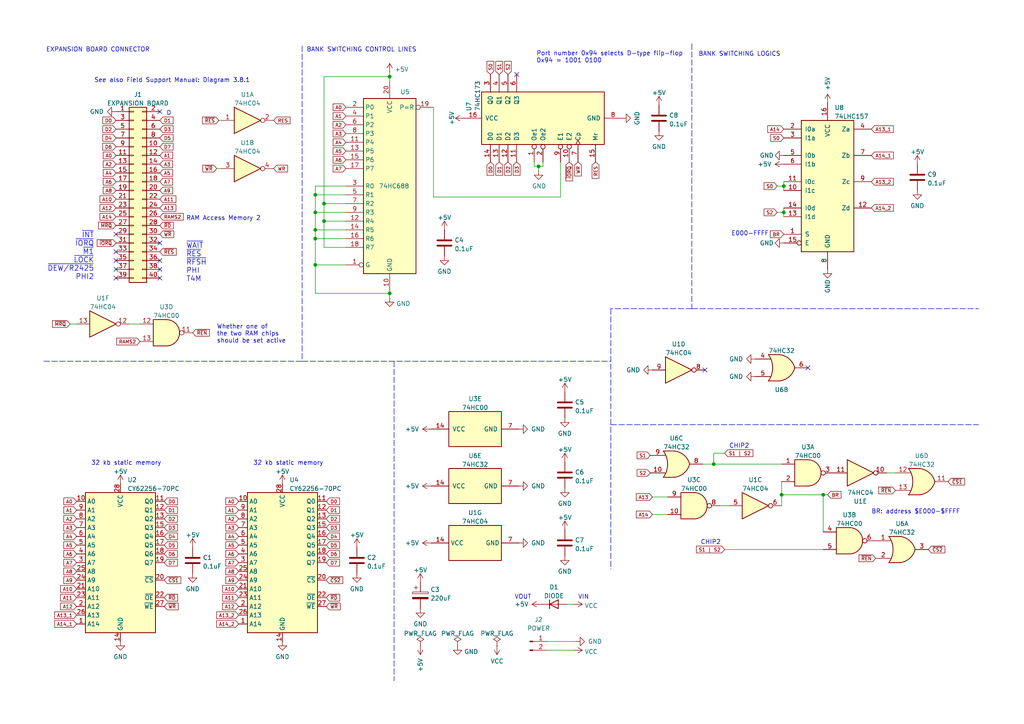
<source format=kicad_sch>
(kicad_sch (version 20211123) (generator eeschema)
  (paper "A4")
  (title_block (title "P2000T RAM expansion board") (date "2023-10-17") (rev "prototype"))
  (lib_symbols
    (symbol "74xx:74HC00" (pin_names (offset 1.016))
      (property "Reference" "U" (at 0 1.27 0))
      (property "Value" "74HC00" (at 0 -1.27 0))
      (symbol "74HC00_1_1"
        (pin input line (at -7.62 2.54 0) (length 3.81) (name "~") (number "1"))
        (pin input line (at -7.62 -2.54 0) (length 3.81) (name "~") (number "2"))
        (pin output inverted (at 7.62 0 180) (length 3.81) (name "~") (number "3"))
      )
      (symbol "74HC00_1_2"
        (pin input inverted (at -7.62 2.54 0) (length 4.318) (name "~") (number "1"))
        (pin input inverted (at -7.62 -2.54 0) (length 4.318) (name "~") (number "2"))
        (pin output line (at 7.62 0 180) (length 3.81) (name "~") (number "3"))
      )
      (symbol "74HC00_2_1"
        (pin input line (at -7.62 2.54 0) (length 3.81) (name "~") (number "4"))
        (pin input line (at -7.62 -2.54 0) (length 3.81) (name "~") (number "5"))
        (pin output inverted (at 7.62 0 180) (length 3.81) (name "~") (number "6"))
      )
      (symbol "74HC00_2_2"
        (pin input inverted (at -7.62 2.54 0) (length 4.318) (name "~") (number "4"))
        (pin input inverted (at -7.62 -2.54 0) (length 4.318) (name "~") (number "5"))
        (pin output line (at 7.62 0 180) (length 3.81) (name "~") (number "6"))
      )
      (symbol "74HC00_3_1"
        (pin input line (at -7.62 -2.54 0) (length 3.81) (name "~") (number "10"))
        (pin output inverted (at 7.62 0 180) (length 3.81) (name "~") (number "8"))
        (pin input line (at -7.62 2.54 0) (length 3.81) (name "~") (number "9"))
      )
      (symbol "74HC00_3_2"
        (pin input inverted (at -7.62 -2.54 0) (length 4.318) (name "~") (number "10"))
        (pin output line (at 7.62 0 180) (length 3.81) (name "~") (number "8"))
        (pin input inverted (at -7.62 2.54 0) (length 4.318) (name "~") (number "9"))
      )
      (symbol "74HC00_4_1"
        (pin output inverted (at 7.62 0 180) (length 3.81) (name "~") (number "11"))
        (pin input line (at -7.62 2.54 0) (length 3.81) (name "~") (number "12"))
        (pin input line (at -7.62 -2.54 0) (length 3.81) (name "~") (number "13"))
      )
      (symbol "74HC00_4_2"
        (pin output line (at 7.62 0 180) (length 3.81) (name "~") (number "11"))
        (pin input inverted (at -7.62 2.54 0) (length 4.318) (name "~") (number "12"))
        (pin input inverted (at -7.62 -2.54 0) (length 4.318) (name "~") (number "13"))
      )
      (symbol "74HC00_5_0"
        (pin power_in line (at 0 12.7 270) (length 5.08) (name "VCC") (number "14"))
        (pin power_in line (at 0 -12.7 90) (length 5.08) (name "GND") (number "7"))
      )
    )
    (symbol "74xx:74HC04"
      (property "Reference" "U" (at 0 1.27 0))
      (property "Value" "74HC04" (at 0 -1.27 0))
      (symbol "74HC04_1_0"
        (pin input line (at -7.62 0 0) (length 3.81) (name "~") (number "1"))
        (pin output inverted (at 7.62 0 180) (length 3.81) (name "~") (number "2"))
      )
      (symbol "74HC04_2_0"
        (pin input line (at -7.62 0 0) (length 3.81) (name "~") (number "3"))
        (pin output inverted (at 7.62 0 180) (length 3.81) (name "~") (number "4"))
      )
      (symbol "74HC04_3_0"
        (pin input line (at -7.62 0 0) (length 3.81) (name "~") (number "5"))
        (pin output inverted (at 7.62 0 180) (length 3.81) (name "~") (number "6"))
      )
      (symbol "74HC04_4_0"
        (pin output inverted (at 7.62 0 180) (length 3.81) (name "~") (number "8"))
        (pin input line (at -7.62 0 0) (length 3.81) (name "~") (number "9"))
      )
      (symbol "74HC04_5_0"
        (pin output inverted (at 7.62 0 180) (length 3.81) (name "~") (number "10"))
        (pin input line (at -7.62 0 0) (length 3.81) (name "~") (number "11"))
      )
      (symbol "74HC04_6_0"
        (pin output inverted (at 7.62 0 180) (length 3.81) (name "~") (number "12"))
        (pin input line (at -7.62 0 0) (length 3.81) (name "~") (number "13"))
      )
      (symbol "74HC04_7_0"
        (pin power_in line (at 0 12.7 270) (length 5.08) (name "VCC") (number "14"))
        (pin power_in line (at 0 -12.7 90) (length 5.08) (name "GND") (number "7"))
      )
    )
    (symbol "74xx:74LS157" (pin_names (offset 1.016))
      (property "Reference" "U" (at -7.62 19.05 0))
      (property "Value" "74LS157" (at -7.62 -21.59 0))
      (symbol "74LS157_1_0"
        (pin input line (at -12.7 -15.24 0) (length 5.08) (name "S") (number "1"))
        (pin input line (at -12.7 -2.54 0) (length 5.08) (name "I1c") (number "10"))
        (pin input line (at -12.7 0 0) (length 5.08) (name "I0c") (number "11"))
        (pin output line (at 12.7 -7.62 180) (length 5.08) (name "Zd") (number "12"))
        (pin input line (at -12.7 -10.16 0) (length 5.08) (name "I1d") (number "13"))
        (pin input line (at -12.7 -7.62 0) (length 5.08) (name "I0d") (number "14"))
        (pin input inverted (at -12.7 -17.78 0) (length 5.08) (name "E") (number "15"))
        (pin power_in line (at 0 22.86 270) (length 5.08) (name "VCC") (number "16"))
        (pin input line (at -12.7 15.24 0) (length 5.08) (name "I0a") (number "2"))
        (pin input line (at -12.7 12.7 0) (length 5.08) (name "I1a") (number "3"))
        (pin output line (at 12.7 15.24 180) (length 5.08) (name "Za") (number "4"))
        (pin input line (at -12.7 7.62 0) (length 5.08) (name "I0b") (number "5"))
        (pin input line (at -12.7 5.08 0) (length 5.08) (name "I1b") (number "6"))
        (pin output line (at 12.7 7.62 180) (length 5.08) (name "Zb") (number "7"))
        (pin power_in line (at 0 -25.4 90) (length 5.08) (name "GND") (number "8"))
        (pin output line (at 12.7 0 180) (length 5.08) (name "Zc") (number "9"))
      )
    )
    (symbol "74xx:74LS173" (pin_names (offset 1.016))
      (property "Reference" "U" (at -7.62 19.05 0))
      (property "Value" "74LS173" (at -7.62 -19.05 0))
      (symbol "74LS173_1_0"
        (pin input inverted (at -12.7 2.54 0) (length 5.08) (name "Oe1") (number "1"))
        (pin input inverted (at -12.7 -7.62 0) (length 5.08) (name "E2") (number "10"))
        (pin input line (at -12.7 7.62 0) (length 5.08) (name "D3") (number "11"))
        (pin input line (at -12.7 10.16 0) (length 5.08) (name "D2") (number "12"))
        (pin input line (at -12.7 12.7 0) (length 5.08) (name "D1") (number "13"))
        (pin input line (at -12.7 15.24 0) (length 5.08) (name "D0") (number "14"))
        (pin input line (at -12.7 -15.24 0) (length 5.08) (name "Mr") (number "15"))
        (pin power_in line (at 0 22.86 270) (length 5.08) (name "VCC") (number "16"))
        (pin input inverted (at -12.7 0 0) (length 5.08) (name "Oe2") (number "2"))
        (pin tri_state line (at 12.7 15.24 180) (length 5.08) (name "Q0") (number "3"))
        (pin tri_state line (at 12.7 12.7 180) (length 5.08) (name "Q1") (number "4"))
        (pin tri_state line (at 12.7 10.16 180) (length 5.08) (name "Q2") (number "5"))
        (pin tri_state line (at 12.7 7.62 180) (length 5.08) (name "Q3") (number "6"))
        (pin input clock (at -12.7 -10.16 0) (length 5.08) (name "Cp") (number "7"))
        (pin power_in line (at 0 -22.86 90) (length 5.08) (name "GND") (number "8"))
        (pin input inverted (at -12.7 -5.08 0) (length 5.08) (name "E1") (number "9"))
      )
    )
    (symbol "74xx:74LS32" (pin_names (offset 1.016))
      (property "Reference" "U" (at 0 1.27 0))
      (property "Value" "74LS32" (at 0 -1.27 0))
      (symbol "74LS32_1_1"
        (pin input line (at -7.62 2.54 0) (length 4.318) (name "~") (number "1"))
        (pin input line (at -7.62 -2.54 0) (length 4.318) (name "~") (number "2"))
        (pin output line (at 7.62 0 180) (length 3.81) (name "~") (number "3"))
      )
      (symbol "74LS32_1_2"
        (pin input inverted (at -7.62 2.54 0) (length 3.81) (name "~") (number "1"))
        (pin input inverted (at -7.62 -2.54 0) (length 3.81) (name "~") (number "2"))
        (pin output inverted (at 7.62 0 180) (length 3.81) (name "~") (number "3"))
      )
      (symbol "74LS32_2_1"
        (pin input line (at -7.62 2.54 0) (length 4.318) (name "~") (number "4"))
        (pin input line (at -7.62 -2.54 0) (length 4.318) (name "~") (number "5"))
        (pin output line (at 7.62 0 180) (length 3.81) (name "~") (number "6"))
      )
      (symbol "74LS32_2_2"
        (pin input inverted (at -7.62 2.54 0) (length 3.81) (name "~") (number "4"))
        (pin input inverted (at -7.62 -2.54 0) (length 3.81) (name "~") (number "5"))
        (pin output inverted (at 7.62 0 180) (length 3.81) (name "~") (number "6"))
      )
      (symbol "74LS32_3_1"
        (pin input line (at -7.62 -2.54 0) (length 4.318) (name "~") (number "10"))
        (pin output line (at 7.62 0 180) (length 3.81) (name "~") (number "8"))
        (pin input line (at -7.62 2.54 0) (length 4.318) (name "~") (number "9"))
      )
      (symbol "74LS32_3_2"
        (pin input inverted (at -7.62 -2.54 0) (length 3.81) (name "~") (number "10"))
        (pin output inverted (at 7.62 0 180) (length 3.81) (name "~") (number "8"))
        (pin input inverted (at -7.62 2.54 0) (length 3.81) (name "~") (number "9"))
      )
      (symbol "74LS32_4_1"
        (pin output line (at 7.62 0 180) (length 3.81) (name "~") (number "11"))
        (pin input line (at -7.62 2.54 0) (length 4.318) (name "~") (number "12"))
        (pin input line (at -7.62 -2.54 0) (length 4.318) (name "~") (number "13"))
      )
      (symbol "74LS32_4_2"
        (pin output inverted (at 7.62 0 180) (length 3.81) (name "~") (number "11"))
        (pin input inverted (at -7.62 2.54 0) (length 3.81) (name "~") (number "12"))
        (pin input inverted (at -7.62 -2.54 0) (length 3.81) (name "~") (number "13"))
      )
      (symbol "74LS32_5_0"
        (pin power_in line (at 0 12.7 270) (length 5.08) (name "VCC") (number "14"))
        (pin power_in line (at 0 -12.7 90) (length 5.08) (name "GND") (number "7"))
      )
    )
    (symbol "74xx:74LS688"
      (property "Reference" "U" (at -7.62 26.67 0))
      (property "Value" "74LS688" (at -7.62 -26.67 0))
      (symbol "74LS688_1_0"
        (pin input inverted (at -12.7 -22.86 0) (length 5.08) (name "G") (number "1"))
        (pin power_in line (at 0 -30.48 90) (length 5.08) (name "GND") (number "10"))
        (pin input line (at -12.7 12.7 0) (length 5.08) (name "P4") (number "11"))
        (pin input line (at -12.7 -10.16 0) (length 5.08) (name "R4") (number "12"))
        (pin input line (at -12.7 10.16 0) (length 5.08) (name "P5") (number "13"))
        (pin input line (at -12.7 -12.7 0) (length 5.08) (name "R5") (number "14"))
        (pin input line (at -12.7 7.62 0) (length 5.08) (name "P6") (number "15"))
        (pin input line (at -12.7 -15.24 0) (length 5.08) (name "R6") (number "16"))
        (pin input line (at -12.7 5.08 0) (length 5.08) (name "P7") (number "17"))
        (pin input line (at -12.7 -17.78 0) (length 5.08) (name "R7") (number "18"))
        (pin output inverted (at 12.7 22.86 180) (length 5.08) (name "P=R") (number "19"))
        (pin input line (at -12.7 22.86 0) (length 5.08) (name "P0") (number "2"))
        (pin power_in line (at 0 30.48 270) (length 5.08) (name "VCC") (number "20"))
        (pin input line (at -12.7 0 0) (length 5.08) (name "R0") (number "3"))
        (pin input line (at -12.7 20.32 0) (length 5.08) (name "P1") (number "4"))
        (pin input line (at -12.7 -2.54 0) (length 5.08) (name "R1") (number "5"))
        (pin input line (at -12.7 17.78 0) (length 5.08) (name "P2") (number "6"))
        (pin input line (at -12.7 -5.08 0) (length 5.08) (name "R2") (number "7"))
        (pin input line (at -12.7 15.24 0) (length 5.08) (name "P3") (number "8"))
        (pin input line (at -12.7 -7.62 0) (length 5.08) (name "R3") (number "9"))
      )
    )
    (symbol "Connector:Conn_01x02_Male" (pin_names (offset 1.016) hide)
      (property "Reference" "J" (at 0 2.54 0))
      (property "Value" "Conn_01x02_Male" (at 0 -5.08 0))
      (symbol "Conn_01x02_Male_1_1"
        (pin passive line (at 5.08 0 180) (length 3.81) (name "Pin_1") (number "1"))
        (pin passive line (at 5.08 -2.54 180) (length 3.81) (name "Pin_2") (number "2"))
      )
    )
    (symbol "Connector_Generic:Conn_02x20_Odd_Even" (pin_names (offset 1.016) hide)
      (property "Reference" "J" (at 1.27 25.4 0))
      (property "Value" "Conn_02x20_Odd_Even" (at 1.27 -27.94 0))
      (symbol "Conn_02x20_Odd_Even_1_1"
        (pin passive line (at -5.08 22.86 0) (length 3.81) (name "Pin_1") (number "1"))
        (pin passive line (at 7.62 12.7 180) (length 3.81) (name "Pin_10") (number "10"))
        (pin passive line (at -5.08 10.16 0) (length 3.81) (name "Pin_11") (number "11"))
        (pin passive line (at 7.62 10.16 180) (length 3.81) (name "Pin_12") (number "12"))
        (pin passive line (at -5.08 7.62 0) (length 3.81) (name "Pin_13") (number "13"))
        (pin passive line (at 7.62 7.62 180) (length 3.81) (name "Pin_14") (number "14"))
        (pin passive line (at -5.08 5.08 0) (length 3.81) (name "Pin_15") (number "15"))
        (pin passive line (at 7.62 5.08 180) (length 3.81) (name "Pin_16") (number "16"))
        (pin passive line (at -5.08 2.54 0) (length 3.81) (name "Pin_17") (number "17"))
        (pin passive line (at 7.62 2.54 180) (length 3.81) (name "Pin_18") (number "18"))
        (pin passive line (at -5.08 0 0) (length 3.81) (name "Pin_19") (number "19"))
        (pin passive line (at 7.62 22.86 180) (length 3.81) (name "Pin_2") (number "2"))
        (pin passive line (at 7.62 0 180) (length 3.81) (name "Pin_20") (number "20"))
        (pin passive line (at -5.08 -2.54 0) (length 3.81) (name "Pin_21") (number "21"))
        (pin passive line (at 7.62 -2.54 180) (length 3.81) (name "Pin_22") (number "22"))
        (pin passive line (at -5.08 -5.08 0) (length 3.81) (name "Pin_23") (number "23"))
        (pin passive line (at 7.62 -5.08 180) (length 3.81) (name "Pin_24") (number "24"))
        (pin passive line (at -5.08 -7.62 0) (length 3.81) (name "Pin_25") (number "25"))
        (pin passive line (at 7.62 -7.62 180) (length 3.81) (name "Pin_26") (number "26"))
        (pin passive line (at -5.08 -10.16 0) (length 3.81) (name "Pin_27") (number "27"))
        (pin passive line (at 7.62 -10.16 180) (length 3.81) (name "Pin_28") (number "28"))
        (pin passive line (at -5.08 -12.7 0) (length 3.81) (name "Pin_29") (number "29"))
        (pin passive line (at -5.08 20.32 0) (length 3.81) (name "Pin_3") (number "3"))
        (pin passive line (at 7.62 -12.7 180) (length 3.81) (name "Pin_30") (number "30"))
        (pin passive line (at -5.08 -15.24 0) (length 3.81) (name "Pin_31") (number "31"))
        (pin passive line (at 7.62 -15.24 180) (length 3.81) (name "Pin_32") (number "32"))
        (pin passive line (at -5.08 -17.78 0) (length 3.81) (name "Pin_33") (number "33"))
        (pin passive line (at 7.62 -17.78 180) (length 3.81) (name "Pin_34") (number "34"))
        (pin passive line (at -5.08 -20.32 0) (length 3.81) (name "Pin_35") (number "35"))
        (pin passive line (at 7.62 -20.32 180) (length 3.81) (name "Pin_36") (number "36"))
        (pin passive line (at -5.08 -22.86 0) (length 3.81) (name "Pin_37") (number "37"))
        (pin passive line (at 7.62 -22.86 180) (length 3.81) (name "Pin_38") (number "38"))
        (pin passive line (at -5.08 -25.4 0) (length 3.81) (name "Pin_39") (number "39"))
        (pin passive line (at 7.62 20.32 180) (length 3.81) (name "Pin_4") (number "4"))
        (pin passive line (at 7.62 -25.4 180) (length 3.81) (name "Pin_40") (number "40"))
        (pin passive line (at -5.08 17.78 0) (length 3.81) (name "Pin_5") (number "5"))
        (pin passive line (at 7.62 17.78 180) (length 3.81) (name "Pin_6") (number "6"))
        (pin passive line (at -5.08 15.24 0) (length 3.81) (name "Pin_7") (number "7"))
        (pin passive line (at 7.62 15.24 180) (length 3.81) (name "Pin_8") (number "8"))
        (pin passive line (at -5.08 12.7 0) (length 3.81) (name "Pin_9") (number "9"))
      )
    )
    (symbol "Device:C" (pin_numbers hide) (pin_names (offset 0.254))
      (property "Reference" "C" (at 0.635 2.54 0))
      (property "Value" "C" (at 0.635 -2.54 0))
      (symbol "C_1_1"
        (pin passive line (at 0 3.81 270) (length 2.794) (name "~") (number "1"))
        (pin passive line (at 0 -3.81 90) (length 2.794) (name "~") (number "2"))
      )
    )
    (symbol "Device:C_Polarized" (pin_numbers hide) (pin_names (offset 0.254))
      (property "Reference" "C" (at 0.635 2.54 0))
      (property "Value" "C_Polarized" (at 0.635 -2.54 0))
      (symbol "C_Polarized_1_1"
        (pin passive line (at 0 3.81 270) (length 2.794) (name "~") (number "1"))
        (pin passive line (at 0 -3.81 90) (length 2.794) (name "~") (number "2"))
      )
    )
    (symbol "Device:D" (pin_numbers hide) (pin_names (offset 1.016) hide)
      (property "Reference" "D" (at 0 2.54 0))
      (property "Value" "D" (at 0 -2.54 0))
      (symbol "D_1_1"
        (pin passive line (at -3.81 0 0) (length 2.54) (name "K") (number "1"))
        (pin passive line (at 3.81 0 180) (length 2.54) (name "A") (number "2"))
      )
    )
    (symbol "Memory_RAM:CY62256-70PC"
      (property "Reference" "U" (at -10.16 20.955 0))
      (property "Value" "CY62256-70PC" (at 2.54 20.955 0))
      (symbol "CY62256-70PC_0_0"
        (pin power_in line (at 0 -22.86 90) (length 2.54) (name "GND") (number "14"))
        (pin power_in line (at 0 22.86 270) (length 2.54) (name "VCC") (number "28"))
      )
      (symbol "CY62256-70PC_1_1"
        (pin input line (at -12.7 -17.78 0) (length 2.54) (name "A14") (number "1"))
        (pin input line (at -12.7 17.78 0) (length 2.54) (name "A0") (number "10"))
        (pin tri_state line (at 12.7 17.78 180) (length 2.54) (name "Q0") (number "11"))
        (pin tri_state line (at 12.7 15.24 180) (length 2.54) (name "Q1") (number "12"))
        (pin tri_state line (at 12.7 12.7 180) (length 2.54) (name "Q2") (number "13"))
        (pin tri_state line (at 12.7 10.16 180) (length 2.54) (name "Q3") (number "15"))
        (pin tri_state line (at 12.7 7.62 180) (length 2.54) (name "Q4") (number "16"))
        (pin tri_state line (at 12.7 5.08 180) (length 2.54) (name "Q5") (number "17"))
        (pin tri_state line (at 12.7 2.54 180) (length 2.54) (name "Q6") (number "18"))
        (pin tri_state line (at 12.7 0 180) (length 2.54) (name "Q7") (number "19"))
        (pin input line (at -12.7 -12.7 0) (length 2.54) (name "A12") (number "2"))
        (pin input line (at 12.7 -5.08 180) (length 2.54) (name "~{CS}") (number "20"))
        (pin input line (at -12.7 -7.62 0) (length 2.54) (name "A10") (number "21"))
        (pin input line (at 12.7 -10.16 180) (length 2.54) (name "~{OE}") (number "22"))
        (pin input line (at -12.7 -10.16 0) (length 2.54) (name "A11") (number "23"))
        (pin input line (at -12.7 -5.08 0) (length 2.54) (name "A9") (number "24"))
        (pin input line (at -12.7 -2.54 0) (length 2.54) (name "A8") (number "25"))
        (pin input line (at -12.7 -15.24 0) (length 2.54) (name "A13") (number "26"))
        (pin input line (at 12.7 -12.7 180) (length 2.54) (name "~{WE}") (number "27"))
        (pin input line (at -12.7 0 0) (length 2.54) (name "A7") (number "3"))
        (pin input line (at -12.7 2.54 0) (length 2.54) (name "A6") (number "4"))
        (pin input line (at -12.7 5.08 0) (length 2.54) (name "A5") (number "5"))
        (pin input line (at -12.7 7.62 0) (length 2.54) (name "A4") (number "6"))
        (pin input line (at -12.7 10.16 0) (length 2.54) (name "A3") (number "7"))
        (pin input line (at -12.7 12.7 0) (length 2.54) (name "A2") (number "8"))
        (pin input line (at -12.7 15.24 0) (length 2.54) (name "A1") (number "9"))
      )
    )
    (symbol "power:+5V" (power) (pin_names (offset 0))
      (property "Value" "+5V" (at 0 3.556 0))
      (symbol "+5V_1_1"
        (pin power_in line (at 0 0 90) (length 0) hide (name "+5V") (number "1"))
      )
    )
    (symbol "power:GND" (power) (pin_names (offset 0))
      (property "Value" "GND" (at 0 -3.81 0))
      (symbol "GND_1_1"
        (pin power_in line (at 0 0 270) (length 0) hide (name "GND") (number "1"))
      )
    )
    (symbol "power:PWR_FLAG" (power) (pin_numbers hide) (pin_names (offset 0) hide)
      (property "Value" "PWR_FLAG" (at 0 3.81 0))
      (symbol "PWR_FLAG_0_0"
        (pin power_out line (at 0 0 90) (length 0) (name "pwr") (number "1"))
      )
    )
    (symbol "power:VCC" (power) (pin_names (offset 0))
      (property "Value" "VCC" (at 0 3.81 0))
      (symbol "VCC_1_1"
        (pin power_in line (at 0 0 90) (length 0) hide (name "VCC") (number "1"))
      )
    )
  )
  (junction (at 226.695 143.51))
  (junction (at 156.21 48.26))
  (junction (at 91.44 66.675))
  (junction (at 91.44 69.215))
  (junction (at 113.03 85.09))
  (junction (at 227.33 53.975))
  (junction (at 207.01 134.62))
  (junction (at 91.44 76.835))
  (junction (at 93.98 59.055))
  (junction (at 113.03 22.225))
  (junction (at 91.44 61.595))
  (junction (at 227.33 61.595))
  (junction (at 93.98 64.135))
  (junction (at 238.76 143.51))
  (junction (at 91.44 56.515))
  (no_connect (at 46.355 80.645))
  (no_connect (at 33.655 75.565))
  (no_connect (at 46.355 70.485))
  (no_connect (at 33.655 80.645))
  (no_connect (at 149.86 21.59))
  (no_connect (at 204.47 107.315))
  (no_connect (at 33.655 78.105))
  (no_connect (at 46.355 75.565))
  (no_connect (at 46.355 32.385))
  (no_connect (at 46.355 78.105))
  (no_connect (at 33.655 73.025))
  (no_connect (at 234.315 106.68))
  (no_connect (at 33.655 67.945))
  (wire (pts (xy 91.44 53.975) (xy 91.44 56.515)))
  (polyline (pts (xy 200.66 89.535) (xy 283.845 89.535)))
  (wire (pts (xy 227.33 61.595) (xy 227.33 62.865)))
  (wire (pts (xy 227.33 61.595) (xy 227.33 60.325)))
  (wire (pts (xy 226.695 143.51) (xy 238.76 143.51)))
  (wire (pts (xy 257.175 137.16) (xy 259.715 137.16)))
  (wire (pts (xy 207.01 131.445) (xy 207.01 134.62)))
  (polyline (pts (xy 200.66 89.535) (xy 177.165 89.535)))
  (wire (pts (xy 167.005 186.055) (xy 158.75 186.055)))
  (polyline (pts (xy 87.63 13.335) (xy 87.63 104.775)))
  (wire (pts (xy 154.94 48.26) (xy 154.94 46.99)))
  (wire (pts (xy 100.33 71.755) (xy 93.98 71.755)))
  (wire (pts (xy 113.03 85.09) (xy 113.03 86.36)))
  (wire (pts (xy 93.98 22.225) (xy 113.03 22.225)))
  (wire (pts (xy 100.33 59.055) (xy 93.98 59.055)))
  (polyline (pts (xy 200.66 12.7) (xy 200.66 89.535)))
  (wire (pts (xy 189.23 149.225) (xy 193.675 149.225)))
  (wire (pts (xy 91.44 56.515) (xy 91.44 61.595)))
  (polyline (pts (xy 114.3 104.775) (xy 114.3 197.485)))
  (wire (pts (xy 226.695 139.7) (xy 226.695 143.51)))
  (wire (pts (xy 91.44 76.835) (xy 100.33 76.835)))
  (wire (pts (xy 93.98 22.225) (xy 93.98 59.055)))
  (polyline (pts (xy 177.165 123.19) (xy 283.845 123.19)))
  (wire (pts (xy 166.37 175.26) (xy 164.465 175.26)))
  (wire (pts (xy 93.98 64.135) (xy 93.98 59.055)))
  (wire (pts (xy 189.23 144.145) (xy 193.675 144.145)))
  (wire (pts (xy 208.915 146.685) (xy 211.455 146.685)))
  (wire (pts (xy 20.32 93.98) (xy 22.225 93.98)))
  (wire (pts (xy 225.425 61.595) (xy 227.33 61.595)))
  (wire (pts (xy 91.44 66.675) (xy 100.33 66.675)))
  (wire (pts (xy 91.44 69.215) (xy 100.33 69.215)))
  (wire (pts (xy 63.5 34.925) (xy 64.135 34.925)))
  (wire (pts (xy 210.185 159.385) (xy 238.76 159.385)))
  (wire (pts (xy 125.73 31.115) (xy 125.73 57.15)))
  (wire (pts (xy 157.48 48.26) (xy 157.48 46.99)))
  (wire (pts (xy 113.03 22.225) (xy 113.03 23.495)))
  (polyline (pts (xy 12.7 104.775) (xy 87.63 104.775)))
  (wire (pts (xy 226.695 143.51) (xy 226.695 146.685)))
  (wire (pts (xy 227.33 53.975) (xy 227.33 55.245)))
  (wire (pts (xy 37.465 93.98) (xy 40.64 93.98)))
  (polyline (pts (xy 177.165 89.535) (xy 177.165 165.1)))
  (polyline (pts (xy 87.63 104.775) (xy 177.165 104.775)))
  (wire (pts (xy 91.44 69.215) (xy 91.44 76.835)))
  (wire (pts (xy 156.21 48.26) (xy 154.94 48.26)))
  (wire (pts (xy 156.21 49.53) (xy 156.21 48.26)))
  (wire (pts (xy 162.56 46.99) (xy 162.56 57.15)))
  (wire (pts (xy 113.03 84.455) (xy 113.03 85.09)))
  (wire (pts (xy 62.865 48.895) (xy 64.135 48.895)))
  (wire (pts (xy 227.33 53.975) (xy 227.33 52.705)))
  (wire (pts (xy 100.33 53.975) (xy 91.44 53.975)))
  (wire (pts (xy 93.98 71.755) (xy 93.98 64.135)))
  (wire (pts (xy 91.44 61.595) (xy 100.33 61.595)))
  (wire (pts (xy 91.44 66.675) (xy 91.44 69.215)))
  (wire (pts (xy 113.03 85.09) (xy 91.44 85.09)))
  (wire (pts (xy 238.76 143.51) (xy 240.03 143.51)))
  (wire (pts (xy 156.21 48.26) (xy 157.48 48.26)))
  (wire (pts (xy 203.835 134.62) (xy 207.01 134.62)))
  (wire (pts (xy 113.03 20.955) (xy 113.03 22.225)))
  (wire (pts (xy 125.73 57.15) (xy 162.56 57.15)))
  (wire (pts (xy 91.44 76.835) (xy 91.44 85.09)))
  (wire (pts (xy 100.33 64.135) (xy 93.98 64.135)))
  (wire (pts (xy 91.44 56.515) (xy 100.33 56.515)))
  (wire (pts (xy 207.01 134.62) (xy 226.695 134.62)))
  (wire (pts (xy 158.75 188.595) (xy 166.37 188.595)))
  (wire (pts (xy 210.185 131.445) (xy 207.01 131.445)))
  (wire (pts (xy 225.425 53.975) (xy 227.33 53.975)))
  (wire (pts (xy 91.44 61.595) (xy 91.44 66.675)))
  (wire (pts (xy 238.76 143.51) (xy 238.76 154.305)))
  (text "VIN" (at 167.64 173.99 0) (effects (font (size 1.27 1.27)) (justify left bottom)))
  (text "EXPANSION BOARD CONNECTOR" (at 13.335 15.24 0) (effects (font (size 1.27 1.27)) (justify left bottom)))
  (text "CHIP2" (at 211.455 130.175 0) (effects (font (size 1.27 1.27)) (justify left bottom)))
  (text "E000-FFFF" (at 212.09 68.58 0) (effects (font (size 1.27 1.27)) (justify left bottom)))
  (text "VOUT" (at 149.225 173.99 0) (effects (font (size 1.27 1.27)) (justify left bottom)))
  (text "32 kb static memory" (at 73.406 135.128 0) (effects (font (size 1.27 1.27)) (justify left bottom)))
  (text "~{INT}\n~{IORQ}\n~{M1}\n~{LOCK}\n~{DEW/R2425}\nPHI2" (at 27.305 81.28 180) (effects (font (size 1.5 1.5)) (justify right bottom)))
  (text "D" (at 48.26 33.655 0) (effects (font (size 1.27 1.27)) (justify left bottom)))
  (text "RAM Access Memory 2" (at 53.975 64.135 0) (effects (font (size 1.27 1.27)) (justify left bottom)))
  (text "BANK SWITCHING LOGICS" (at 202.565 16.51 0) (effects (font (size 1.27 1.27)) (justify left bottom)))
  (text "See also Field Support Manual: Diagram 3.8.1" (at 27.305 24.13 0) (effects (font (size 1.27 1.27)) (justify left bottom)))
  (text "CHIP2" (at 203.2 158.115 0) (effects (font (size 1.27 1.27)) (justify left bottom)))
  (text "BANK SWITCHING CONTROL LINES" (at 88.9 15.24 0) (effects (font (size 1.27 1.27)) (justify left bottom)))
  (text "32 kb static memory" (at 26.416 135.128 0) (effects (font (size 1.27 1.27)) (justify left bottom)))
  (text "~{WAIT}\n~{RES}\n~{RFSH}\nPHI\nT4M" (at 53.975 81.915 0) (effects (font (size 1.5 1.5)) (justify left bottom)))
  (text "BR: address $E000-$FFFF" (at 252.73 149.225 0) (effects (font (size 1.27 1.27)) (justify left bottom)))
  (text "Whether one of\nthe two RAM chips \nshould be set active" (at 62.865 99.695 0) (effects (font (size 1.27 1.27)) (justify left bottom)))
  (text "Port number 0x94 selects D-type flip-flop\n0x94 = 1001 0100" (at 155.575 18.415 0) (effects (font (size 1.27 1.27)) (justify left bottom)))
  (global_label "~{CS1}" (shape input) (at 274.955 139.7 0) (effects (font (size 1 1))) (property "Intersheet References" "${INTERSHEET_REFS}" (effects hide)))
  (global_label "A13_1" (shape input) (at 252.73 37.465 0) (effects (font (size 1 1))) (property "Intersheet References" "${INTERSHEET_REFS}" (effects hide)))
  (global_label "A3" (shape input) (at 69.215 153.035 180) (effects (font (size 1 1))) (property "Intersheet References" "${INTERSHEET_REFS}" (effects hide)))
  (global_label "D1" (shape input) (at 94.615 147.955 0) (effects (font (size 1 1))) (property "Intersheet References" "${INTERSHEET_REFS}" (effects hide)))
  (global_label "A2" (shape input) (at 100.33 36.195 180) (effects (font (size 1 1))) (property "Intersheet References" "${INTERSHEET_REFS}" (effects hide)))
  (global_label "A8" (shape input) (at 33.655 55.245 180) (effects (font (size 1 1))) (property "Intersheet References" "${INTERSHEET_REFS}" (effects hide)))
  (global_label "A10" (shape input) (at 22.225 170.815 180) (effects (font (size 1 1))) (property "Intersheet References" "${INTERSHEET_REFS}" (effects hide)))
  (global_label "S1" (shape input) (at 188.595 132.08 180) (effects (font (size 1 1))) (property "Intersheet References" "${INTERSHEET_REFS}" (effects hide)))
  (global_label "D5" (shape input) (at 94.615 158.115 0) (effects (font (size 1 1))) (property "Intersheet References" "${INTERSHEET_REFS}" (effects hide)))
  (global_label "A4" (shape input) (at 22.225 155.575 180) (effects (font (size 1 1))) (property "Intersheet References" "${INTERSHEET_REFS}" (effects hide)))
  (global_label "~{MRQ}" (shape input) (at 20.32 93.98 180) (effects (font (size 1 1))) (property "Intersheet References" "${INTERSHEET_REFS}" (effects hide)))
  (global_label "A2" (shape input) (at 69.215 150.495 180) (effects (font (size 1 1))) (property "Intersheet References" "${INTERSHEET_REFS}" (effects hide)))
  (global_label "A14_1" (shape input) (at 252.73 45.085 0) (effects (font (size 1 1))) (property "Intersheet References" "${INTERSHEET_REFS}" (effects hide)))
  (global_label "A10" (shape input) (at 69.215 170.815 180) (effects (font (size 1 1))) (property "Intersheet References" "${INTERSHEET_REFS}" (effects hide)))
  (global_label "~{REN}" (shape input) (at 55.88 96.52 0) (effects (font (size 1 1))) (property "Intersheet References" "${INTERSHEET_REFS}" (effects hide)))
  (global_label "A3" (shape input) (at 100.33 38.735 180) (effects (font (size 1 1))) (property "Intersheet References" "${INTERSHEET_REFS}" (effects hide)))
  (global_label "D0" (shape input) (at 47.625 145.415 0) (effects (font (size 1 1))) (property "Intersheet References" "${INTERSHEET_REFS}" (effects hide)))
  (global_label "A13_2" (shape input) (at 69.215 178.435 180) (effects (font (size 1 1))) (property "Intersheet References" "${INTERSHEET_REFS}" (effects hide)))
  (global_label "S2" (shape input) (at 225.425 61.595 180) (effects (font (size 1 1))) (property "Intersheet References" "${INTERSHEET_REFS}" (effects hide)))
  (global_label "A6" (shape input) (at 33.655 52.705 180) (effects (font (size 1 1))) (property "Intersheet References" "${INTERSHEET_REFS}" (effects hide)))
  (global_label "A5" (shape input) (at 69.215 158.115 180) (effects (font (size 1 1))) (property "Intersheet References" "${INTERSHEET_REFS}" (effects hide)))
  (global_label "D4" (shape input) (at 33.655 40.005 180) (effects (font (size 1 1))) (property "Intersheet References" "${INTERSHEET_REFS}" (effects hide)))
  (global_label "D7" (shape input) (at 46.355 42.545 0) (effects (font (size 1 1))) (property "Intersheet References" "${INTERSHEET_REFS}" (effects hide)))
  (global_label "D1" (shape input) (at 144.78 46.99 270) (effects (font (size 1 1))) (property "Intersheet References" "${INTERSHEET_REFS}" (effects hide)))
  (global_label "D3" (shape input) (at 149.86 46.99 270) (effects (font (size 1 1))) (property "Intersheet References" "${INTERSHEET_REFS}" (effects hide)))
  (global_label "A8" (shape input) (at 69.215 165.735 180) (effects (font (size 1 1))) (property "Intersheet References" "${INTERSHEET_REFS}" (effects hide)))
  (global_label "A12" (shape input) (at 22.225 175.895 180) (effects (font (size 1 1))) (property "Intersheet References" "${INTERSHEET_REFS}" (effects hide)))
  (global_label "A6" (shape input) (at 100.33 46.355 180) (effects (font (size 1 1))) (property "Intersheet References" "${INTERSHEET_REFS}" (effects hide)))
  (global_label "~{RD}" (shape input) (at 46.355 65.405 0) (effects (font (size 1 1))) (property "Intersheet References" "${INTERSHEET_REFS}" (effects hide)))
  (global_label "~{REN}" (shape input) (at 259.715 142.24 180) (effects (font (size 1 1))) (property "Intersheet References" "${INTERSHEET_REFS}" (effects hide)))
  (global_label "~{REN}" (shape input) (at 254 161.925 180) (effects (font (size 1 1))) (property "Intersheet References" "${INTERSHEET_REFS}" (effects hide)))
  (global_label "A6" (shape input) (at 69.215 160.655 180) (effects (font (size 1 1))) (property "Intersheet References" "${INTERSHEET_REFS}" (effects hide)))
  (global_label "A10" (shape input) (at 33.655 57.785 180) (effects (font (size 1 1))) (property "Intersheet References" "${INTERSHEET_REFS}" (effects hide)))
  (global_label "WR" (shape input) (at 79.375 48.895 0) (effects (font (size 1 1))) (property "Intersheet References" "${INTERSHEET_REFS}" (effects hide)))
  (global_label "D3" (shape input) (at 46.355 37.465 0) (effects (font (size 1 1))) (property "Intersheet References" "${INTERSHEET_REFS}" (effects hide)))
  (global_label "A2" (shape input) (at 33.655 47.625 180) (effects (font (size 1 1))) (property "Intersheet References" "${INTERSHEET_REFS}" (effects hide)))
  (global_label "A13_2" (shape input) (at 252.73 52.705 0) (effects (font (size 1 1))) (property "Intersheet References" "${INTERSHEET_REFS}" (effects hide)))
  (global_label "D0" (shape input) (at 142.24 46.99 270) (effects (font (size 1 1))) (property "Intersheet References" "${INTERSHEET_REFS}" (effects hide)))
  (global_label "D3" (shape input) (at 94.615 153.035 0) (effects (font (size 1 1))) (property "Intersheet References" "${INTERSHEET_REFS}" (effects hide)))
  (global_label "A13" (shape input) (at 189.23 144.145 180) (effects (font (size 1 1))) (property "Intersheet References" "${INTERSHEET_REFS}" (effects hide)))
  (global_label "D6" (shape input) (at 33.655 42.545 180) (effects (font (size 1 1))) (property "Intersheet References" "${INTERSHEET_REFS}" (effects hide)))
  (global_label "RES" (shape input) (at 172.72 46.99 270) (effects (font (size 1 1))) (property "Intersheet References" "${INTERSHEET_REFS}" (effects hide)))
  (global_label "A14_2" (shape input) (at 252.73 60.325 0) (effects (font (size 1 1))) (property "Intersheet References" "${INTERSHEET_REFS}" (effects hide)))
  (global_label "D5" (shape input) (at 46.355 40.005 0) (effects (font (size 1 1))) (property "Intersheet References" "${INTERSHEET_REFS}" (effects hide)))
  (global_label "A0" (shape input) (at 69.215 145.415 180) (effects (font (size 1 1))) (property "Intersheet References" "${INTERSHEET_REFS}" (effects hide)))
  (global_label "S2" (shape input) (at 147.32 21.59 90) (effects (font (size 1 1))) (property "Intersheet References" "${INTERSHEET_REFS}" (effects hide)))
  (global_label "A14" (shape input) (at 227.33 37.465 180) (effects (font (size 1 1))) (property "Intersheet References" "${INTERSHEET_REFS}" (effects hide)))
  (global_label "A0" (shape input) (at 33.655 45.085 180) (effects (font (size 1 1))) (property "Intersheet References" "${INTERSHEET_REFS}" (effects hide)))
  (global_label "D7" (shape input) (at 47.625 163.195 0) (effects (font (size 1 1))) (property "Intersheet References" "${INTERSHEET_REFS}" (effects hide)))
  (global_label "~{CS1}" (shape input) (at 47.625 168.275 0) (effects (font (size 1 1))) (property "Intersheet References" "${INTERSHEET_REFS}" (effects hide)))
  (global_label "S1 | S2" (shape input) (at 210.185 131.445 0) (effects (font (size 1 1))) (property "Intersheet References" "${INTERSHEET_REFS}" (effects hide)))
  (global_label "D0" (shape input) (at 94.615 145.415 0) (effects (font (size 1 1))) (property "Intersheet References" "${INTERSHEET_REFS}" (effects hide)))
  (global_label "RAMS2" (shape input) (at 46.355 62.865 0) (effects (font (size 1 1))) (property "Intersheet References" "${INTERSHEET_REFS}" (effects hide)))
  (global_label "D6" (shape input) (at 94.615 160.655 0) (effects (font (size 1 1))) (property "Intersheet References" "${INTERSHEET_REFS}" (effects hide)))
  (global_label "A7" (shape input) (at 22.225 163.195 180) (effects (font (size 1 1))) (property "Intersheet References" "${INTERSHEET_REFS}" (effects hide)))
  (global_label "A14_1" (shape input) (at 22.225 180.975 180) (effects (font (size 1 1))) (property "Intersheet References" "${INTERSHEET_REFS}" (effects hide)))
  (global_label "RES" (shape input) (at 79.375 34.925 0) (effects (font (size 1 1))) (property "Intersheet References" "${INTERSHEET_REFS}" (effects hide)))
  (global_label "~{WR}" (shape input) (at 46.355 67.945 0) (effects (font (size 1 1))) (property "Intersheet References" "${INTERSHEET_REFS}" (effects hide)))
  (global_label "A14" (shape input) (at 189.23 149.225 180) (effects (font (size 1 1))) (property "Intersheet References" "${INTERSHEET_REFS}" (effects hide)))
  (global_label "RAMS2" (shape input) (at 40.64 99.06 180) (effects (font (size 1 1))) (property "Intersheet References" "${INTERSHEET_REFS}" (effects hide)))
  (global_label "A1" (shape input) (at 100.33 33.655 180) (effects (font (size 1 1))) (property "Intersheet References" "${INTERSHEET_REFS}" (effects hide)))
  (global_label "A4" (shape input) (at 100.33 41.275 180) (effects (font (size 1 1))) (property "Intersheet References" "${INTERSHEET_REFS}" (effects hide)))
  (global_label "A3" (shape input) (at 46.355 47.625 0) (effects (font (size 1 1))) (property "Intersheet References" "${INTERSHEET_REFS}" (effects hide)))
  (global_label "A9" (shape input) (at 46.355 55.245 0) (effects (font (size 1 1))) (property "Intersheet References" "${INTERSHEET_REFS}" (effects hide)))
  (global_label "~{WR}" (shape input) (at 62.865 48.895 180) (effects (font (size 1 1))) (property "Intersheet References" "${INTERSHEET_REFS}" (effects hide)))
  (global_label "S1" (shape input) (at 144.78 21.59 90) (effects (font (size 1 1))) (property "Intersheet References" "${INTERSHEET_REFS}" (effects hide)))
  (global_label "~{RD}" (shape input) (at 94.615 173.355 0) (effects (font (size 1 1))) (property "Intersheet References" "${INTERSHEET_REFS}" (effects hide)))
  (global_label "A11" (shape input) (at 46.355 57.785 0) (effects (font (size 1 1))) (property "Intersheet References" "${INTERSHEET_REFS}" (effects hide)))
  (global_label "A11" (shape input) (at 69.215 173.355 180) (effects (font (size 1 1))) (property "Intersheet References" "${INTERSHEET_REFS}" (effects hide)))
  (global_label "A5" (shape input) (at 46.355 50.165 0) (effects (font (size 1 1))) (property "Intersheet References" "${INTERSHEET_REFS}" (effects hide)))
  (global_label "D7" (shape input) (at 94.615 163.195 0) (effects (font (size 1 1))) (property "Intersheet References" "${INTERSHEET_REFS}" (effects hide)))
  (global_label "D1" (shape input) (at 47.625 147.955 0) (effects (font (size 1 1))) (property "Intersheet References" "${INTERSHEET_REFS}" (effects hide)))
  (global_label "BR" (shape input) (at 240.03 143.51 0) (effects (font (size 1 1))) (property "Intersheet References" "${INTERSHEET_REFS}" (effects hide)))
  (global_label "A14" (shape input) (at 33.655 62.865 180) (effects (font (size 1 1))) (property "Intersheet References" "${INTERSHEET_REFS}" (effects hide)))
  (global_label "~{CS2}" (shape input) (at 269.24 159.385 0) (effects (font (size 1 1))) (property "Intersheet References" "${INTERSHEET_REFS}" (effects hide)))
  (global_label "D0" (shape input) (at 33.655 34.925 180) (effects (font (size 1 1))) (property "Intersheet References" "${INTERSHEET_REFS}" (effects hide)))
  (global_label "S0" (shape input) (at 225.425 53.975 180) (effects (font (size 1 1))) (property "Intersheet References" "${INTERSHEET_REFS}" (effects hide)))
  (global_label "WR" (shape input) (at 167.64 46.99 270) (effects (font (size 1 1))) (property "Intersheet References" "${INTERSHEET_REFS}" (effects hide)))
  (global_label "A4" (shape input) (at 69.215 155.575 180) (effects (font (size 1 1))) (property "Intersheet References" "${INTERSHEET_REFS}" (effects hide)))
  (global_label "A1" (shape input) (at 46.355 45.085 0) (effects (font (size 1 1))) (property "Intersheet References" "${INTERSHEET_REFS}" (effects hide)))
  (global_label "A14_2" (shape input) (at 69.215 180.975 180) (effects (font (size 1 1))) (property "Intersheet References" "${INTERSHEET_REFS}" (effects hide)))
  (global_label "A13" (shape input) (at 46.355 60.325 0) (effects (font (size 1 1))) (property "Intersheet References" "${INTERSHEET_REFS}" (effects hide)))
  (global_label "A2" (shape input) (at 22.225 150.495 180) (effects (font (size 1 1))) (property "Intersheet References" "${INTERSHEET_REFS}" (effects hide)))
  (global_label "A3" (shape input) (at 22.225 153.035 180) (effects (font (size 1 1))) (property "Intersheet References" "${INTERSHEET_REFS}" (effects hide)))
  (global_label "A9" (shape input) (at 22.225 168.275 180) (effects (font (size 1 1))) (property "Intersheet References" "${INTERSHEET_REFS}" (effects hide)))
  (global_label "S1 | S2" (shape input) (at 210.185 159.385 180) (effects (font (size 1 1))) (property "Intersheet References" "${INTERSHEET_REFS}" (effects hide)))
  (global_label "A7" (shape input) (at 46.355 52.705 0) (effects (font (size 1 1))) (property "Intersheet References" "${INTERSHEET_REFS}" (effects hide)))
  (global_label "~{MRQ}" (shape input) (at 33.655 65.405 180) (effects (font (size 1 1))) (property "Intersheet References" "${INTERSHEET_REFS}" (effects hide)))
  (global_label "D5" (shape input) (at 47.625 158.115 0) (effects (font (size 1 1))) (property "Intersheet References" "${INTERSHEET_REFS}" (effects hide)))
  (global_label "A12" (shape input) (at 33.655 60.325 180) (effects (font (size 1 1))) (property "Intersheet References" "${INTERSHEET_REFS}" (effects hide)))
  (global_label "A12" (shape input) (at 69.215 175.895 180) (effects (font (size 1 1))) (property "Intersheet References" "${INTERSHEET_REFS}" (effects hide)))
  (global_label "A1" (shape input) (at 22.225 147.955 180) (effects (font (size 1 1))) (property "Intersheet References" "${INTERSHEET_REFS}" (effects hide)))
  (global_label "A0" (shape input) (at 22.225 145.415 180) (effects (font (size 1 1))) (property "Intersheet References" "${INTERSHEET_REFS}" (effects hide)))
  (global_label "~{WR}" (shape input) (at 94.615 175.895 0) (effects (font (size 1 1))) (property "Intersheet References" "${INTERSHEET_REFS}" (effects hide)))
  (global_label "D4" (shape input) (at 94.615 155.575 0) (effects (font (size 1 1))) (property "Intersheet References" "${INTERSHEET_REFS}" (effects hide)))
  (global_label "~{RES}" (shape input) (at 46.355 73.025 0) (effects (font (size 1 1))) (property "Intersheet References" "${INTERSHEET_REFS}" (effects hide)))
  (global_label "D6" (shape input) (at 47.625 160.655 0) (effects (font (size 1 1))) (property "Intersheet References" "${INTERSHEET_REFS}" (effects hide)))
  (global_label "~{CS2}" (shape input) (at 94.615 168.275 0) (effects (font (size 1 1))) (property "Intersheet References" "${INTERSHEET_REFS}" (effects hide)))
  (global_label "A9" (shape input) (at 69.215 168.275 180) (effects (font (size 1 1))) (property "Intersheet References" "${INTERSHEET_REFS}" (effects hide)))
  (global_label "D2" (shape input) (at 147.32 46.99 270) (effects (font (size 1 1))) (property "Intersheet References" "${INTERSHEET_REFS}" (effects hide)))
  (global_label "~{IORQ}" (shape input) (at 33.655 70.485 180) (effects (font (size 1 1))) (property "Intersheet References" "${INTERSHEET_REFS}" (effects hide)))
  (global_label "S0" (shape input) (at 142.24 21.59 90) (effects (font (size 1 1))) (property "Intersheet References" "${INTERSHEET_REFS}" (effects hide)))
  (global_label "BR" (shape input) (at 227.33 67.945 180) (effects (font (size 1 1))) (property "Intersheet References" "${INTERSHEET_REFS}" (effects hide)))
  (global_label "S2" (shape input) (at 188.595 137.16 180) (effects (font (size 1 1))) (property "Intersheet References" "${INTERSHEET_REFS}" (effects hide)))
  (global_label "D2" (shape input) (at 33.655 37.465 180) (effects (font (size 1 1))) (property "Intersheet References" "${INTERSHEET_REFS}" (effects hide)))
  (global_label "~{IORQ}" (shape input) (at 165.1 46.99 270) (effects (font (size 1 1))) (property "Intersheet References" "${INTERSHEET_REFS}" (effects hide)))
  (global_label "D1" (shape input) (at 46.355 34.925 0) (effects (font (size 1 1))) (property "Intersheet References" "${INTERSHEET_REFS}" (effects hide)))
  (global_label "A11" (shape input) (at 22.225 173.355 180) (effects (font (size 1 1))) (property "Intersheet References" "${INTERSHEET_REFS}" (effects hide)))
  (global_label "A6" (shape input) (at 22.225 160.655 180) (effects (font (size 1 1))) (property "Intersheet References" "${INTERSHEET_REFS}" (effects hide)))
  (global_label "A7" (shape input) (at 100.33 48.895 180) (effects (font (size 1 1))) (property "Intersheet References" "${INTERSHEET_REFS}" (effects hide)))
  (global_label "S0" (shape input) (at 227.33 40.005 180) (effects (font (size 1 1))) (property "Intersheet References" "${INTERSHEET_REFS}" (effects hide)))
  (global_label "A0" (shape input) (at 100.33 31.115 180) (effects (font (size 1 1))) (property "Intersheet References" "${INTERSHEET_REFS}" (effects hide)))
  (global_label "D4" (shape input) (at 47.625 155.575 0) (effects (font (size 1 1))) (property "Intersheet References" "${INTERSHEET_REFS}" (effects hide)))
  (global_label "A8" (shape input) (at 22.225 165.735 180) (effects (font (size 1 1))) (property "Intersheet References" "${INTERSHEET_REFS}" (effects hide)))
  (global_label "A13_1" (shape input) (at 22.225 178.435 180) (effects (font (size 1 1))) (property "Intersheet References" "${INTERSHEET_REFS}" (effects hide)))
  (global_label "D2" (shape input) (at 94.615 150.495 0) (effects (font (size 1 1))) (property "Intersheet References" "${INTERSHEET_REFS}" (effects hide)))
  (global_label "~{WR}" (shape input) (at 47.625 175.895 0) (effects (font (size 1 1))) (property "Intersheet References" "${INTERSHEET_REFS}" (effects hide)))
  (global_label "A7" (shape input) (at 69.215 163.195 180) (effects (font (size 1 1))) (property "Intersheet References" "${INTERSHEET_REFS}" (effects hide)))
  (global_label "~{RD}" (shape input) (at 47.625 173.355 0) (effects (font (size 1 1))) (property "Intersheet References" "${INTERSHEET_REFS}" (effects hide)))
  (global_label "D2" (shape input) (at 47.625 150.495 0) (effects (font (size 1 1))) (property "Intersheet References" "${INTERSHEET_REFS}" (effects hide)))
  (global_label "A5" (shape input) (at 22.225 158.115 180) (effects (font (size 1 1))) (property "Intersheet References" "${INTERSHEET_REFS}" (effects hide)))
  (global_label "D3" (shape input) (at 47.625 153.035 0) (effects (font (size 1 1))) (property "Intersheet References" "${INTERSHEET_REFS}" (effects hide)))
  (global_label "~{RES}" (shape input) (at 63.5 34.925 180) (effects (font (size 1 1))) (property "Intersheet References" "${INTERSHEET_REFS}" (effects hide)))
  (global_label "A1" (shape input) (at 69.215 147.955 180) (effects (font (size 1 1))) (property "Intersheet References" "${INTERSHEET_REFS}" (effects hide)))
  (global_label "A4" (shape input) (at 33.655 50.165 180) (effects (font (size 1 1))) (property "Intersheet References" "${INTERSHEET_REFS}" (effects hide)))
  (global_label "A5" (shape input) (at 100.33 43.815 180) (effects (font (size 1 1))) (property "Intersheet References" "${INTERSHEET_REFS}" (effects hide)))
  (symbol (lib_id "power:PWR_FLAG") (at 144.145 187.325 0) (unit 1)
    (property "Reference" "#FLG0101" (effects hide))
    (property "Value" "PWR_FLAG" (at 144.145 183.7492 0))
  )
  (symbol (lib_id "Device:C") (at 266.065 51.435 0) (unit 1)
    (property "Reference" "C9" (at 268.986 50.6003 0) (effects (justify left)))
    (property "Value" "0.1uF" (at 268.986 53.1372 0) (effects (justify left)))
    (property "Footprint" "Capacitor_THT:C_Disc_D5.0mm_W2.5mm_P5.00mm" (effects hide))
  )
  (symbol (lib_id "power:+5V") (at 163.83 153.67 0) (unit 1)
    (property "Reference" "#PWR034" (effects hide))
    (property "Value" "+5V" (at 163.83 150.0942 0))
  )
  (symbol (lib_id "power:GND") (at 227.33 70.485 270) (unit 1)
    (property "Reference" "#PWR044" (effects hide))
    (property "Value" "GND" (at 220.345 70.485 90) (effects (justify left)))
  )
  (symbol (lib_id "power:+5V") (at 163.83 113.665 0) (unit 1)
    (property "Reference" "#PWR030" (effects hide))
    (property "Value" "+5V" (at 163.83 110.0892 0))
  )
  (symbol (lib_id "power:+5V") (at 55.88 158.75 0) (unit 1)
    (property "Reference" "#PWR04" (effects hide))
    (property "Value" "+5V" (at 55.88 155.1742 0))
  )
  (symbol (lib_id "Memory_RAM:CY62256-70PC") (at 81.915 163.195 0) (unit 1)
    (property "Reference" "U4" (at 83.9344 139.1752 0) (effects (justify left)))
    (property "Value" "CY62256-70PC" (at 83.9344 141.7121 0) (effects (justify left)))
    (property "Footprint" "Package_DIP:DIP-28_W15.24mm_Socket" (effects hide))
    (property "Datasheet" "https://ecee.colorado.edu/~mcclurel/Cypress_SRAM_CY62256.pdf" (effects hide))
  )
  (symbol (lib_id "power:GND") (at 189.23 107.315 270) (unit 1)
    (property "Reference" "#PWR037" (effects hide))
    (property "Value" "GND" (at 181.61 107.315 90) (effects (justify left)))
  )
  (symbol (lib_id "power:VCC") (at 144.145 187.325 180) (unit 1)
    (property "Reference" "#PWR0101" (effects hide))
    (property "Value" "VCC" (at 142.24 191.77 0) (effects (justify right)))
  )
  (symbol (lib_id "power:VCC") (at 166.37 188.595 270) (unit 1)
    (property "Reference" "#PWR027" (effects hide))
    (property "Value" "VCC" (at 169.545 189.0288 90) (effects (justify left)))
  )
  (symbol (lib_id "power:GND") (at 219.075 104.14 270) (unit 1)
    (property "Reference" "#PWR040" (effects hide))
    (property "Value" "GND" (at 211.455 104.14 90) (effects (justify left)))
  )
  (symbol (lib_id "74xx:74HC00") (at 246.38 156.845 0) (unit 2)
    (property "Reference" "U3" (at 246.38 149.3352 0))
    (property "Value" "74HC00" (at 246.38 151.8721 0))
    (property "Footprint" "Package_DIP:DIP-14_W7.62mm_Socket" (effects hide))
    (property "Datasheet" "http://www.ti.com/lit/gpn/sn74hc00" (effects hide))
  )
  (symbol (lib_id "74xx:74HC04") (at 71.755 48.895 0) (unit 2)
    (property "Reference" "U1" (at 71.755 41.3852 0))
    (property "Value" "74HC04" (at 71.755 43.9221 0))
    (property "Footprint" "Package_DIP:DIP-14_W7.62mm_Socket" (effects hide))
    (property "Datasheet" "https://assets.nexperia.com/documents/data-sheet/74HC_HCT04.pdf" (effects hide))
  )
  (symbol (lib_id "Device:C") (at 55.88 162.56 0) (unit 1)
    (property "Reference" "C1" (at 58.801 161.7253 0) (effects (justify left)))
    (property "Value" "0.1uF" (at 58.801 164.2622 0) (effects (justify left)))
    (property "Footprint" "Capacitor_THT:C_Disc_D5.0mm_W2.5mm_P5.00mm" (effects hide))
  )
  (symbol (lib_id "power:GND") (at 121.92 176.53 0) (unit 1)
    (property "Reference" "#PWR013" (effects hide))
    (property "Value" "GND" (at 121.92 180.9734 0))
  )
  (symbol (lib_id "power:+5V") (at 81.915 140.335 0) (unit 1)
    (property "Reference" "#PWR06" (effects hide))
    (property "Value" "+5V" (at 81.915 136.7592 0))
  )
  (symbol (lib_id "Device:C") (at 128.905 70.485 0) (unit 1)
    (property "Reference" "C4" (at 131.826 69.6503 0) (effects (justify left)))
    (property "Value" "0.1uF" (at 131.826 72.1872 0) (effects (justify left)))
    (property "Footprint" "Capacitor_THT:C_Disc_D5.0mm_W2.5mm_P5.00mm" (effects hide))
  )
  (symbol (lib_id "Device:C") (at 163.83 117.475 0) (unit 1)
    (property "Reference" "C5" (at 166.751 116.6403 0) (effects (justify left)))
    (property "Value" "0.1uF" (at 166.751 119.1772 0) (effects (justify left)))
    (property "Footprint" "Capacitor_THT:C_Disc_D5.0mm_W2.5mm_P5.00mm" (effects hide))
  )
  (symbol (lib_id "power:+5V") (at 34.925 140.335 0) (unit 1)
    (property "Reference" "#PWR02" (effects hide))
    (property "Value" "+5V" (at 34.925 136.7592 0))
  )
  (symbol (lib_id "power:GND") (at 150.495 140.97 90) (unit 1)
    (property "Reference" "#PWR023" (effects hide))
    (property "Value" "GND" (at 158.115 140.97 90) (effects (justify left)))
  )
  (symbol (lib_id "74xx:74LS32") (at 267.335 139.7 0) (unit 4)
    (property "Reference" "U6" (at 267.335 132.1902 0))
    (property "Value" "74HC32" (at 267.335 134.7271 0))
    (property "Footprint" "Package_DIP:DIP-14_W7.62mm_Socket" (effects hide))
    (property "Datasheet" "http://www.ti.com/lit/gpn/sn74LS32" (effects hide))
  )
  (symbol (lib_id "74xx:74LS32") (at 226.695 106.68 0) (unit 2)
    (property "Reference" "U6" (at 226.695 113.03 0))
    (property "Value" "74HC32" (at 226.695 101.7071 0))
    (property "Footprint" "Package_DIP:DIP-14_W7.62mm_Socket" (effects hide))
    (property "Datasheet" "http://www.ti.com/lit/gpn/sn74LS32" (effects hide))
  )
  (symbol (lib_id "power:+5V") (at 191.135 30.48 0) (unit 1)
    (property "Reference" "#PWR038" (effects hide))
    (property "Value" "+5V" (at 191.135 26.9042 0))
  )
  (symbol (lib_id "power:PWR_FLAG") (at 121.92 187.325 0) (unit 1)
    (property "Reference" "#FLG01" (effects hide))
    (property "Value" "PWR_FLAG" (at 121.92 183.7492 0))
  )
  (symbol (lib_id "power:GND") (at 163.83 141.605 0) (unit 1)
    (property "Reference" "#PWR033" (effects hide))
    (property "Value" "GND" (at 163.83 146.0484 0))
  )
  (symbol (lib_id "power:+5V") (at 121.92 168.91 0) (unit 1)
    (property "Reference" "#PWR012" (effects hide))
    (property "Value" "+5V" (at 121.92 165.3342 0))
  )
  (symbol (lib_id "power:GND") (at 55.88 166.37 0) (unit 1)
    (property "Reference" "#PWR05" (effects hide))
    (property "Value" "GND" (at 55.88 170.8134 0))
  )
  (symbol (lib_id "power:GND") (at 81.915 186.055 0) (unit 1)
    (property "Reference" "#PWR07" (effects hide))
    (property "Value" "GND" (at 81.915 190.4984 0))
  )
  (symbol (lib_id "power:GND") (at 163.83 161.29 0) (unit 1)
    (property "Reference" "#PWR035" (effects hide))
    (property "Value" "GND" (at 163.83 165.7334 0))
  )
  (symbol (lib_id "power:GND") (at 266.065 55.245 0) (unit 1)
    (property "Reference" "#PWR048" (effects hide))
    (property "Value" "GND" (at 266.065 59.6884 0))
  )
  (symbol (lib_id "power:+5V") (at 125.095 157.48 90) (unit 1)
    (property "Reference" "#PWR017" (effects hide))
    (property "Value" "+5V" (at 117.475 157.48 90) (effects (justify right)))
  )
  (symbol (lib_id "74xx:74HC04") (at 71.755 34.925 0) (unit 1)
    (property "Reference" "U1" (at 71.755 27.4152 0))
    (property "Value" "74HC04" (at 71.755 29.9521 0))
    (property "Footprint" "Package_DIP:DIP-14_W7.62mm_Socket" (effects hide))
    (property "Datasheet" "https://assets.nexperia.com/documents/data-sheet/74HC_HCT04.pdf" (effects hide))
  )
  (symbol (lib_id "power:GND") (at 180.34 34.29 90) (unit 1)
    (property "Reference" "#PWR036" (effects hide))
    (property "Value" "GND" (at 184.7834 34.29 0))
  )
  (symbol (lib_id "power:+5V") (at 156.845 175.26 90) (unit 1)
    (property "Reference" "#PWR025" (effects hide))
    (property "Value" "+5V" (at 149.225 175.26 90) (effects (justify right)))
  )
  (symbol (lib_id "74xx:74LS173") (at 157.48 34.29 90) (unit 1)
    (property "Reference" "U7" (at 136.0002 32.2706 0) (effects (justify left)))
    (property "Value" "74HC173" (at 138.5371 32.2706 0) (effects (justify left)))
    (property "Footprint" "Package_DIP:DIP-16_W7.62mm_Socket" (effects hide))
    (property "Datasheet" "http://www.ti.com/lit/gpn/sn74LS173" (effects hide))
  )
  (symbol (lib_id "power:GND") (at 33.655 32.385 270) (unit 1)
    (property "Reference" "#PWR01" (effects hide))
    (property "Value" "GND" (at 26.035 32.385 90) (effects (justify left)))
  )
  (symbol (lib_id "power:GND") (at 227.33 45.085 270) (unit 1)
    (property "Reference" "#PWR042" (effects hide))
    (property "Value" "GND" (at 220.345 45.085 90) (effects (justify left)))
  )
  (symbol (lib_id "Device:C") (at 163.83 157.48 0) (unit 1)
    (property "Reference" "C7" (at 166.751 156.6453 0) (effects (justify left)))
    (property "Value" "0.1uF" (at 166.751 159.1822 0) (effects (justify left)))
    (property "Footprint" "Capacitor_THT:C_Disc_D5.0mm_W2.5mm_P5.00mm" (effects hide))
  )
  (symbol (lib_id "Memory_RAM:CY62256-70PC") (at 34.925 163.195 0) (unit 1)
    (property "Reference" "U2" (at 36.9444 139.1752 0) (effects (justify left)))
    (property "Value" "CY62256-70PC" (at 36.9444 141.7121 0) (effects (justify left)))
    (property "Footprint" "Package_DIP:DIP-28_W15.24mm_Socket" (effects hide))
    (property "Datasheet" "https://ecee.colorado.edu/~mcclurel/Cypress_SRAM_CY62256.pdf" (effects hide))
  )
  (symbol (lib_id "power:GND") (at 163.83 121.285 0) (unit 1)
    (property "Reference" "#PWR031" (effects hide))
    (property "Value" "GND" (at 163.83 125.7284 0))
  )
  (symbol (lib_id "power:GND") (at 128.905 74.295 0) (unit 1)
    (property "Reference" "#PWR019" (effects hide))
    (property "Value" "GND" (at 128.905 78.7384 0))
  )
  (symbol (lib_id "power:+5V") (at 125.095 140.97 90) (unit 1)
    (property "Reference" "#PWR016" (effects hide))
    (property "Value" "+5V" (at 117.475 140.97 90) (effects (justify right)))
  )
  (symbol (lib_id "74xx:74HC00") (at 234.315 137.16 0) (unit 1)
    (property "Reference" "U3" (at 234.315 129.6502 0))
    (property "Value" "74HC00" (at 234.315 132.1871 0))
    (property "Footprint" "Package_DIP:DIP-14_W7.62mm_Socket" (effects hide))
    (property "Datasheet" "http://www.ti.com/lit/gpn/sn74hc00" (effects hide))
  )
  (symbol (lib_id "Device:C") (at 103.505 162.56 0) (unit 1)
    (property "Reference" "C2" (at 106.426 161.7253 0) (effects (justify left)))
    (property "Value" "0.1uF" (at 106.426 164.2622 0) (effects (justify left)))
    (property "Footprint" "Capacitor_THT:C_Disc_D5.0mm_W2.5mm_P5.00mm" (effects hide))
  )
  (symbol (lib_id "Connector_Generic:Conn_02x20_Odd_Even") (at 38.735 55.245 0) (unit 1)
    (property "Reference" "J1" (at 40.005 27.4152 0))
    (property "Value" "EXPANSION BOARD" (at 40.005 29.9521 0))
    (property "Footprint" "Connector_PinHeader_2.54mm:PinHeader_2x20_P2.54mm_Vertical" (effects hide))
  )
  (symbol (lib_id "power:VCC") (at 166.37 175.26 270) (unit 1)
    (property "Reference" "#PWR029" (effects hide))
    (property "Value" "VCC" (at 169.545 175.6938 90) (effects (justify left)))
  )
  (symbol (lib_id "74xx:74HC04") (at 29.845 93.98 0) (unit 6)
    (property "Reference" "U1" (at 29.845 86.4702 0))
    (property "Value" "74HC04" (at 29.845 89.0071 0))
    (property "Footprint" "Package_DIP:DIP-14_W7.62mm_Socket" (effects hide))
    (property "Datasheet" "https://assets.nexperia.com/documents/data-sheet/74HC_HCT04.pdf" (effects hide))
  )
  (symbol (lib_id "power:+5V") (at 134.62 34.29 90) (unit 1)
    (property "Reference" "#PWR021" (effects hide))
    (property "Value" "+5V" (at 131.0442 34.29 0))
  )
  (symbol (lib_id "Connector:Conn_01x02_Male") (at 153.67 186.055 0) (unit 1)
    (property "Reference" "J2" (at 156.21 179.705 0))
    (property "Value" "POWER" (at 156.21 182.2419 0))
    (property "Footprint" "Connector_PinHeader_2.54mm:PinHeader_1x02_P2.54mm_Vertical" (effects hide))
  )
  (symbol (lib_id "74xx:74HC04") (at 249.555 137.16 0) (unit 5)
    (property "Reference" "U1" (at 249.555 145.415 0))
    (property "Value" "74HC04" (at 249.555 142.875 0))
    (property "Footprint" "Package_DIP:DIP-14_W7.62mm_Socket" (effects hide))
    (property "Datasheet" "https://assets.nexperia.com/documents/data-sheet/74HC_HCT04.pdf" (effects hide))
  )
  (symbol (lib_id "power:+5V") (at 163.83 133.985 0) (unit 1)
    (property "Reference" "#PWR032" (effects hide))
    (property "Value" "+5V" (at 163.83 130.4092 0))
  )
  (symbol (lib_id "power:+5V") (at 121.92 187.325 180) (unit 1)
    (property "Reference" "#PWR014" (effects hide))
    (property "Value" "+5V" (at 121.92 194.945 90) (effects (justify right)))
  )
  (symbol (lib_id "power:+5V") (at 266.065 47.625 0) (unit 1)
    (property "Reference" "#PWR047" (effects hide))
    (property "Value" "+5V" (at 266.065 44.0492 0))
  )
  (symbol (lib_id "74xx:74LS32") (at 261.62 159.385 0) (unit 1)
    (property "Reference" "U6" (at 261.62 151.8752 0))
    (property "Value" "74HC32" (at 261.62 154.4121 0))
    (property "Footprint" "Package_DIP:DIP-14_W7.62mm_Socket" (effects hide))
    (property "Datasheet" "http://www.ti.com/lit/gpn/sn74LS32" (effects hide))
  )
  (symbol (lib_id "power:+5V") (at 227.33 47.625 90) (unit 1)
    (property "Reference" "#PWR043" (effects hide))
    (property "Value" "+5V" (at 219.71 47.625 90) (effects (justify right)))
  )
  (symbol (lib_id "74xx:74LS32") (at 196.215 134.62 0) (unit 3)
    (property "Reference" "U6" (at 196.215 127.1102 0))
    (property "Value" "74HC32" (at 196.215 129.6471 0))
    (property "Footprint" "Package_DIP:DIP-14_W7.62mm_Socket" (effects hide))
    (property "Datasheet" "http://www.ti.com/lit/gpn/sn74LS32" (effects hide))
  )
  (symbol (lib_id "74xx:74LS157") (at 240.03 52.705 0) (unit 1)
    (property "Reference" "U8" (at 242.0494 31.2252 0) (effects (justify left)))
    (property "Value" "74LHC157" (at 242.0494 33.7621 0) (effects (justify left)))
    (property "Footprint" "Package_DIP:DIP-16_W7.62mm_Socket" (effects hide))
    (property "Datasheet" "http://www.ti.com/lit/gpn/sn74LS157" (effects hide))
  )
  (symbol (lib_id "74xx:74LS32") (at 137.795 140.97 90) (unit 5)
    (property "Reference" "U6" (at 137.795 132.1902 90))
    (property "Value" "74HC32" (at 137.795 134.7271 90))
    (property "Footprint" "Package_DIP:DIP-14_W7.62mm_Socket" (effects hide))
    (property "Datasheet" "http://www.ti.com/lit/gpn/sn74LS32" (effects hide))
  )
  (symbol (lib_id "power:GND") (at 113.03 86.36 0) (unit 1)
    (property "Reference" "#PWR011" (effects hide))
    (property "Value" "GND" (at 114.935 88.0638 0) (effects (justify left)))
  )
  (symbol (lib_id "power:GND") (at 150.495 124.46 90) (unit 1)
    (property "Reference" "#PWR022" (effects hide))
    (property "Value" "GND" (at 158.115 124.46 90) (effects (justify left)))
  )
  (symbol (lib_id "74xx:74LS688") (at 113.03 53.975 0) (unit 1)
    (property "Reference" "U5" (at 117.475 26.67 0))
    (property "Value" "74HC688" (at 114.3 53.975 0))
    (property "Footprint" "Package_DIP:DIP-20_W7.62mm_Socket" (effects hide))
    (property "Datasheet" "http://www.ti.com/lit/gpn/sn74LS688" (effects hide))
  )
  (symbol (lib_id "74xx:74HC00") (at 48.26 96.52 0) (unit 4)
    (property "Reference" "U3" (at 48.26 89.0102 0))
    (property "Value" "74HC00" (at 48.26 91.5471 0))
    (property "Footprint" "Package_DIP:DIP-14_W7.62mm_Socket" (effects hide))
    (property "Datasheet" "http://www.ti.com/lit/gpn/sn74hc00" (effects hide))
  )
  (symbol (lib_id "Device:C") (at 163.83 137.795 0) (unit 1)
    (property "Reference" "C6" (at 166.751 136.9603 0) (effects (justify left)))
    (property "Value" "0.1uF" (at 166.751 139.4972 0) (effects (justify left)))
    (property "Footprint" "Capacitor_THT:C_Disc_D5.0mm_W2.5mm_P5.00mm" (effects hide))
  )
  (symbol (lib_id "74xx:74HC00") (at 137.795 124.46 90) (unit 5)
    (property "Reference" "U3" (at 137.795 115.6802 90))
    (property "Value" "74HC00" (at 137.795 118.2171 90))
    (property "Footprint" "Package_DIP:DIP-14_W7.62mm_Socket" (effects hide))
    (property "Datasheet" "http://www.ti.com/lit/gpn/sn74hc00" (effects hide))
  )
  (symbol (lib_id "power:+5V") (at 240.03 29.845 0) (unit 1)
    (property "Reference" "#PWR045" (effects hide))
    (property "Value" "+5V" (at 240.03 22.225 90) (effects (justify right)))
  )
  (symbol (lib_id "Device:D") (at 160.655 175.26 0) (unit 1)
    (property "Reference" "D1" (at 160.655 170.2902 0))
    (property "Value" "DIODE" (at 160.655 172.8271 0))
    (property "Footprint" "Diode_THT:D_DO-35_SOD27_P7.62mm_Horizontal" (effects hide))
  )
  (symbol (lib_id "power:GND") (at 240.03 78.105 0) (unit 1)
    (property "Reference" "#PWR046" (effects hide))
    (property "Value" "GND" (at 240.03 85.09 90) (effects (justify left)))
  )
  (symbol (lib_id "power:GND") (at 219.075 109.22 270) (unit 1)
    (property "Reference" "#PWR041" (effects hide))
    (property "Value" "GND" (at 211.455 109.22 90) (effects (justify left)))
  )
  (symbol (lib_id "power:GND") (at 167.005 186.055 90) (unit 1)
    (property "Reference" "#PWR028" (effects hide))
    (property "Value" "GND" (at 174.625 186.055 90) (effects (justify left)))
  )
  (symbol (lib_id "power:GND") (at 191.135 38.1 0) (unit 1)
    (property "Reference" "#PWR039" (effects hide))
    (property "Value" "GND" (at 191.135 42.5434 0))
  )
  (symbol (lib_id "power:GND") (at 150.495 157.48 90) (unit 1)
    (property "Reference" "#PWR024" (effects hide))
    (property "Value" "GND" (at 158.115 157.48 90) (effects (justify left)))
  )
  (symbol (lib_id "power:+5V") (at 113.03 20.955 0) (unit 1)
    (property "Reference" "#PWR010" (effects hide))
    (property "Value" "+5V" (at 114.427 20.1188 0) (effects (justify left)))
  )
  (symbol (lib_id "power:+5V") (at 128.905 66.675 0) (unit 1)
    (property "Reference" "#PWR018" (effects hide))
    (property "Value" "+5V" (at 128.905 63.0992 0))
  )
  (symbol (lib_id "74xx:74HC04") (at 219.075 146.685 0) (unit 3)
    (property "Reference" "U1" (at 219.075 139.1752 0))
    (property "Value" "74HC04" (at 219.075 141.7121 0))
    (property "Footprint" "Package_DIP:DIP-14_W7.62mm_Socket" (effects hide))
    (property "Datasheet" "https://assets.nexperia.com/documents/data-sheet/74HC_HCT04.pdf" (effects hide))
  )
  (symbol (lib_id "Device:C") (at 191.135 34.29 0) (unit 1)
    (property "Reference" "C8" (at 194.056 33.4553 0) (effects (justify left)))
    (property "Value" "0.1uF" (at 194.056 35.9922 0) (effects (justify left)))
    (property "Footprint" "Capacitor_THT:C_Disc_D5.0mm_W2.5mm_P5.00mm" (effects hide))
  )
  (symbol (lib_id "Device:C_Polarized") (at 121.92 172.72 0) (unit 1)
    (property "Reference" "C3" (at 124.841 170.9963 0) (effects (justify left)))
    (property "Value" "220uF" (at 124.841 173.5332 0) (effects (justify left)))
    (property "Footprint" "Capacitor_THT:CP_Radial_D6.3mm_P2.50mm" (effects hide))
  )
  (symbol (lib_id "power:GND") (at 156.21 49.53 0) (unit 1)
    (property "Reference" "#PWR026" (effects hide))
    (property "Value" "GND" (at 154.305 53.975 0) (effects (justify left)))
  )
  (symbol (lib_id "74xx:74HC04") (at 196.85 107.315 0) (unit 4)
    (property "Reference" "U1" (at 196.85 99.8052 0))
    (property "Value" "74HC04" (at 196.85 102.3421 0))
    (property "Footprint" "Package_DIP:DIP-14_W7.62mm_Socket" (effects hide))
    (property "Datasheet" "https://assets.nexperia.com/documents/data-sheet/74HC_HCT04.pdf" (effects hide))
  )
  (symbol (lib_id "power:PWR_FLAG") (at 132.715 187.325 0) (unit 1)
    (property "Reference" "#FLG02" (effects hide))
    (property "Value" "PWR_FLAG" (at 132.715 183.7492 0))
  )
  (symbol (lib_id "power:+5V") (at 103.505 158.75 0) (unit 1)
    (property "Reference" "#PWR08" (effects hide))
    (property "Value" "+5V" (at 103.505 155.1742 0))
  )
  (symbol (lib_id "power:GND") (at 132.715 187.325 0) (unit 1)
    (property "Reference" "#PWR020" (effects hide))
    (property "Value" "GND" (at 134.62 189.0288 0) (effects (justify left)))
  )
  (symbol (lib_id "power:GND") (at 103.505 166.37 0) (unit 1)
    (property "Reference" "#PWR09" (effects hide))
    (property "Value" "GND" (at 103.505 170.8134 0))
  )
  (symbol (lib_id "power:GND") (at 34.925 186.055 0) (unit 1)
    (property "Reference" "#PWR03" (effects hide))
    (property "Value" "GND" (at 34.925 190.4984 0))
  )
  (symbol (lib_id "power:+5V") (at 125.095 124.46 90) (unit 1)
    (property "Reference" "#PWR015" (effects hide))
    (property "Value" "+5V" (at 117.475 124.46 90) (effects (justify right)))
  )
  (symbol (lib_id "74xx:74HC04") (at 137.795 157.48 90) (unit 7)
    (property "Reference" "U1" (at 137.795 148.7002 90))
    (property "Value" "74HC04" (at 137.795 151.2371 90))
    (property "Footprint" "Package_DIP:DIP-14_W7.62mm_Socket" (effects hide))
    (property "Datasheet" "https://assets.nexperia.com/documents/data-sheet/74HC_HCT04.pdf" (effects hide))
  )
  (symbol (lib_id "74xx:74HC00") (at 201.295 146.685 0) (unit 3)
    (property "Reference" "U3" (at 201.295 139.1752 0))
    (property "Value" "74HC00" (at 201.295 141.7121 0))
    (property "Footprint" "Package_DIP:DIP-14_W7.62mm_Socket" (effects hide))
    (property "Datasheet" "http://www.ti.com/lit/gpn/sn74hc00" (effects hide))
  )
)
</source>
